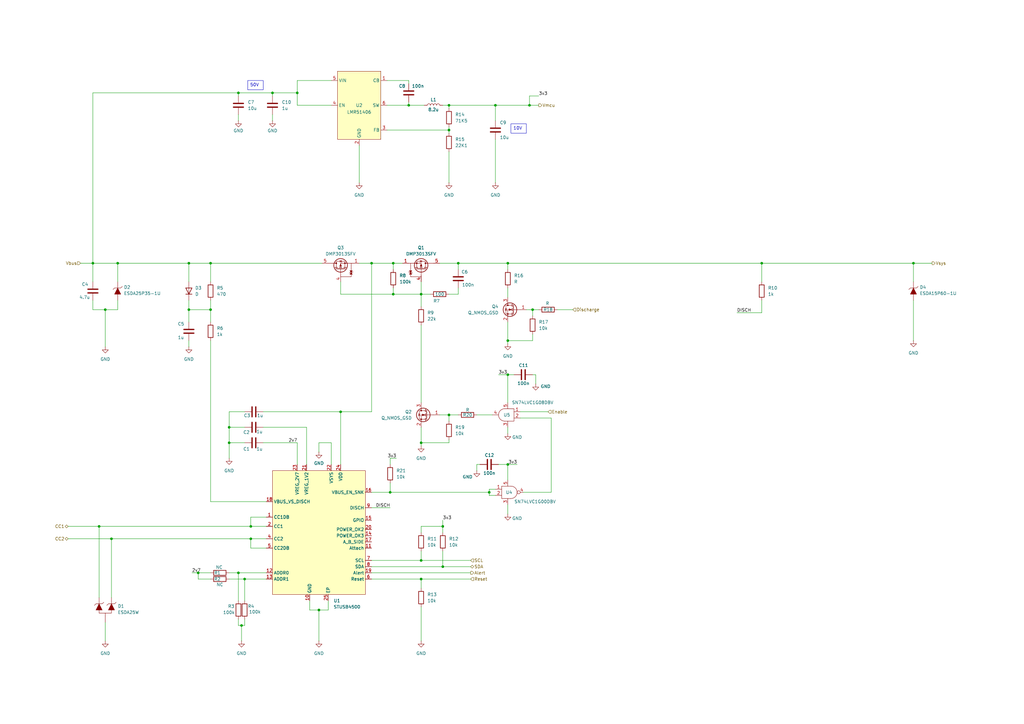
<source format=kicad_sch>
(kicad_sch (version 20250114) (generator "eeschema") (generator_version "9.0")
  (paper "A3")
  (lib_symbols
    (symbol "Device:C" (pin_numbers (hide yes)) (pin_names (offset 0.254))
      (property "Reference" "C" (at 0.635 2.54 0))
      (property "Value" "C" (at 0.635 -2.54 0))
      (symbol "C_0_1"
        (polyline (pts (xy -2.032 0.762) (xy 2.032 0.762)) (stroke (width 0.508)))
        (polyline (pts (xy -2.032 -0.762) (xy 2.032 -0.762)) (stroke (width 0.508)))
      )
      (symbol "C_1_1"
        (pin passive line (at 0 3.81 270) (length 2.794) (name "~") (number "1"))
        (pin passive line (at 0 -3.81 90) (length 2.794) (name "~") (number "2"))
      )
    )
    (symbol "Device:D" (pin_numbers (hide yes)) (pin_names (offset 1.016) (hide yes))
      (property "Reference" "D" (at 0 2.54 0))
      (property "Value" "D" (at 0 -2.54 0))
      (symbol "D_0_1"
        (polyline (pts (xy -1.27 1.27) (xy -1.27 -1.27)) (stroke (width 0.254)))
        (polyline (pts (xy 1.27 1.27) (xy 1.27 -1.27) (xy -1.27 0) (xy 1.27 1.27)) (stroke (width 0.254)))
        (polyline (pts (xy 1.27 0) (xy -1.27 0)))
      )
      (symbol "D_1_1"
        (pin passive line (at -3.81 0 0) (length 2.54) (name "K") (number "1"))
        (pin passive line (at 3.81 0 180) (length 2.54) (name "A") (number "2"))
      )
    )
    (symbol "Device:L" (pin_numbers (hide yes)) (pin_names (offset 1.016) (hide yes))
      (property "Reference" "L" (at -1.27 0 90))
      (property "Value" "L" (at 1.905 0 90))
      (symbol "L_0_1"
        (arc (start 0 2.54) (mid 0.6323 1.905) (end 0 1.27))
        (arc (start 0 1.27) (mid 0.6323 0.635) (end 0 0))
        (arc (start 0 0) (mid 0.6323 -0.635) (end 0 -1.27))
        (arc (start 0 -1.27) (mid 0.6323 -1.905) (end 0 -2.54))
      )
      (symbol "L_1_1"
        (pin passive line (at 0 3.81 270) (length 1.27) (name "1") (number "1"))
        (pin passive line (at 0 -3.81 90) (length 1.27) (name "2") (number "2"))
      )
    )
    (symbol "Device:R" (pin_numbers (hide yes)) (pin_names (offset 0))
      (property "Reference" "R" (at 2.032 0 90))
      (property "Value" "R" (at 0 0 90))
      (symbol "R_0_1"
        (rectangle (start -1.016 -2.54) (end 1.016 2.54) (stroke (width 0.254)))
      )
      (symbol "R_1_1"
        (pin passive line (at 0 3.81 270) (length 1.27) (name "~") (number "1"))
        (pin passive line (at 0 -3.81 90) (length 1.27) (name "~") (number "2"))
      )
    )
    (symbol "Pyllr_74xx:SN74LVC1G00DBV"
      (property "Reference" "U" (at 0 0 0))
      (property "Value" "SN74LVC1G00DBV" (at 8.382 -4.318 0))
      (symbol "SN74LVC1G00DBV_0_1"
        (circle (center -4.445 0) (radius 0.635))
      )
      (symbol "SN74LVC1G00DBV_1_1"
        (arc (start -1.27 -2.54) (mid -3.81 0) (end -1.27 2.54))
        (polyline (pts (xy -1.27 -2.54) (xy 2.54 -2.54) (xy 2.54 2.54) (xy -1.27 2.54)))
        (pin output line (at -6.35 0 0) (length 1.27) (name "~") (number "4"))
        (pin power_in line (at 0 5.08 270) (length 2.54) (name "~") (number "5"))
        (pin power_out line (at 0 -5.08 90) (length 2.54) (name "~") (number "3"))
        (pin input line (at 5.08 1.27 180) (length 2.54) (name "~") (number "1"))
        (pin input line (at 5.08 -1.27 180) (length 2.54) (name "~") (number "2"))
      )
    )
    (symbol "Pyllr_74xx:SN74LVC1G08DBV"
      (property "Reference" "U" (at -0.254 0 0))
      (property "Value" "SN74LVC1G08DBV" (at 8.382 -4.572 0))
      (symbol "SN74LVC1G08DBV_1_1"
        (arc (start -1.27 -2.54) (mid -3.81 0) (end -1.27 2.54))
        (polyline (pts (xy -1.27 -2.54) (xy 2.54 -2.54) (xy 2.54 2.54) (xy -1.27 2.54)))
        (pin output line (at -6.35 0 0) (length 2.54) (name "~") (number "4"))
        (pin power_in line (at 0 5.08 270) (length 2.54) (name "~") (number "5"))
        (pin power_out line (at 0 -5.08 90) (length 2.54) (name "~") (number "3"))
        (pin input line (at 5.08 1.27 180) (length 2.54) (name "~") (number "1"))
        (pin input line (at 5.08 -1.27 180) (length 2.54) (name "~") (number "2"))
      )
    )
    (symbol "Pyllr_Converter_DCDC:LMR51406"
      (property "Reference" "U" (at 0 0 0))
      (property "Value" "LMR51406" (at 0 -2.286 0))
      (symbol "LMR51406_1_1"
        (rectangle (start -8.89 13.97) (end 8.89 -13.97) (fill (type background)))
        (pin power_in line (at -11.43 10.16 0) (length 2.54) (name "VIN") (number "5"))
        (pin input line (at -11.43 0 0) (length 2.54) (name "EN") (number "4"))
        (pin power_out line (at 0 -16.51 90) (length 2.54) (name "GND") (number "2"))
        (pin passive line (at 11.43 10.16 180) (length 2.54) (name "CB") (number "1"))
        (pin power_out line (at 11.43 0 180) (length 2.54) (name "SW") (number "6"))
        (pin passive line (at 11.43 -10.16 180) (length 2.54) (name "FB") (number "3"))
      )
    )
    (symbol "Pyllr_Interface_USB:STUSB4500QTR"
      (property "Reference" "U" (at 0.127 1.905 0))
      (property "Value" "STUSB4500" (at -0.127 -0.381 0))
      (symbol "STUSB4500QTR_1_1"
        (rectangle (start -19.05 25.4) (end 19.05 -25.4) (fill (type background)))
        (pin open_collector line (at -21.59 12.7 0) (length 2.54) (name "VBUS_VS_DISCH") (number "18"))
        (pin bidirectional line (at -21.59 6.35 0) (length 2.54) (name "CC1DB") (number "1"))
        (pin bidirectional line (at -21.59 2.54 0) (length 2.54) (name "CC1") (number "2"))
        (pin bidirectional line (at -21.59 -2.54 0) (length 2.54) (name "CC2") (number "4"))
        (pin bidirectional line (at -21.59 -6.35 0) (length 2.54) (name "CC2DB") (number "5"))
        (pin input line (at -21.59 -16.51 0) (length 2.54) (name "ADDR0") (number "12"))
        (pin input line (at -21.59 -19.05 0) (length 2.54) (name "ADDR1") (number "13"))
        (pin power_out line (at -8.89 27.94 270) (length 2.54) (name "VREG_2V7") (number "23"))
        (pin power_out line (at -5.08 27.94 270) (length 2.54) (name "VREG_1V2") (number "21"))
        (pin power_out line (at -3.81 -27.94 90) (length 2.54) (name "GND") (number "10"))
        (pin no_connect line (at 0 -27.94 90) (length 2.54) (hide yes) (name "NC") (number "3"))
        (pin power_out line (at 3.81 -27.94 90) (length 2.54) (name "EP") (number "25"))
        (pin power_in line (at 5.08 27.94 270) (length 2.54) (name "VSYS") (number "22"))
        (pin power_in line (at 8.89 27.94 270) (length 2.54) (name "VDD") (number "24"))
        (pin open_collector line (at 21.59 16.51 180) (length 2.54) (name "VBUS_EN_SNK") (number "16"))
        (pin open_collector line (at 21.59 10.16 180) (length 2.54) (name "DISCH") (number "9"))
        (pin output line (at 21.59 5.08 180) (length 2.54) (name "GPIO") (number "15"))
        (pin output line (at 21.59 1.27 180) (length 2.54) (name "POWER_OK2") (number "20"))
        (pin output line (at 21.59 -1.27 180) (length 2.54) (name "POWER_OK3") (number "14"))
        (pin output line (at 21.59 -3.81 180) (length 2.54) (name "A_B_SIDE") (number "17"))
        (pin output line (at 21.59 -6.35 180) (length 2.54) (name "Attach") (number "11"))
        (pin input line (at 21.59 -11.43 180) (length 2.54) (name "SCL") (number "7"))
        (pin bidirectional line (at 21.59 -13.97 180) (length 2.54) (name "SDA") (number "8"))
        (pin output line (at 21.59 -16.51 180) (length 2.54) (name "Alert") (number "19"))
        (pin input line (at 21.59 -19.05 180) (length 2.54) (name "Reset") (number "6"))
      )
    )
    (symbol "Pyllr_Power_Protection:ESDA25W" (pin_numbers (hide yes)) (pin_names (hide yes))
      (property "Reference" "D" (at 5.842 -0.127 0))
      (property "Value" "ESDA25W" (at 9.652 -2.286 0))
      (symbol "ESDA25W_0_1"
        (polyline (pts (xy 0 -2.54) (xy 0 -3.81)))
        (polyline (pts (xy 2.54 -1.27) (xy 2.54 -2.54) (xy -2.54 -2.54) (xy -2.54 -1.27)))
      )
      (symbol "ESDA25W_1_1"
        (polyline (pts (xy -3.81 -1.27) (xy -1.27 -1.27) (xy -2.54 1.27) (xy -3.81 -1.27)) (fill (type outline)))
        (polyline (pts (xy -2.54 1.27) (xy -3.81 1.27) (xy -4.445 0.635)))
        (polyline (pts (xy -2.54 1.27) (xy -1.27 1.27) (xy -0.635 1.905)))
        (polyline (pts (xy 1.27 -1.27) (xy 3.81 -1.27) (xy 2.54 1.27) (xy 1.27 -1.27)) (fill (type outline)))
        (polyline (pts (xy 2.54 1.27) (xy 1.27 1.27) (xy 0.635 0.635)))
        (polyline (pts (xy 2.54 1.27) (xy 3.81 1.27) (xy 4.445 1.905)))
        (pin passive line (at -2.54 3.81 270) (length 2.54) (name "~") (number "2"))
        (pin passive line (at 0 -6.35 90) (length 2.54) (name "~") (number "3"))
        (pin passive line (at 2.54 3.81 270) (length 2.54) (name "~") (number "1"))
      )
    )
    (symbol "Pyllr_Power_Protection:ESDAxxPxx-1U" (pin_numbers (hide yes)) (pin_names (hide yes))
      (property "Reference" "D" (at 3.683 1.27 0))
      (property "Value" "ESDAxxPxx-1U" (at 10.16 -1.143 0))
      (symbol "ESDAxxPxx-1U_1_1"
        (polyline (pts (xy -1.27 -1.27) (xy 1.27 -1.27) (xy 0 1.27) (xy -1.27 -1.27)) (fill (type outline)))
        (polyline (pts (xy 0 1.27) (xy -1.27 1.27) (xy -1.905 0.635)))
        (polyline (pts (xy 0 1.27) (xy 1.27 1.27) (xy 1.905 1.905)))
        (pin passive line (at 0 3.81 270) (length 2.54) (name "~") (number "1"))
        (pin passive line (at 0 -3.81 90) (length 2.54) (name "~") (number "2"))
      )
    )
    (symbol "Pyllr_Transistor_FET:DMP3013SFV"
      (property "Reference" "Q" (at 3.302 0.508 0))
      (property "Value" "DMP3013SFV" (at 8.89 -1.778 0))
      (symbol "DMP3013SFV_0_1"
        (polyline (pts (xy -2.286 1.905) (xy -2.286 -1.905)) (stroke (width 0.254)))
        (polyline (pts (xy -2.286 0) (xy -5.08 0)))
        (polyline (pts (xy -1.778 2.286) (xy -1.778 1.27)) (stroke (width 0.254)))
        (polyline (pts (xy -1.778 1.778) (xy 0.762 1.778) (xy 0.762 -1.778) (xy -1.778 -1.778)))
        (polyline (pts (xy -1.778 0.508) (xy -1.778 -0.508)) (stroke (width 0.254)))
        (polyline (pts (xy -1.778 -1.27) (xy -1.778 -2.286)) (stroke (width 0.254)))
        (circle (center -0.889 0) (radius 2.794) (stroke (width 0.254)))
        (polyline (pts (xy -0.254 0) (xy -1.27 0.381) (xy -1.27 -0.381) (xy -0.254 0)) (fill (type outline)))
        (polyline (pts (xy 0 5.08) (xy 0 1.905)))
        (polyline (pts (xy 0 2.54) (xy 0 1.778)))
        (circle (center 0 1.778) (radius 0.254) (fill (type outline)))
        (circle (center 0 -1.778) (radius 0.254) (fill (type outline)))
        (polyline (pts (xy 0 -1.905) (xy 0 -5.08)))
        (polyline (pts (xy 0 -2.54) (xy 0 0) (xy -1.778 0)))
        (polyline (pts (xy 0.254 -0.508) (xy 0.381 -0.381) (xy 1.143 -0.381) (xy 1.27 -0.254)))
        (polyline (pts (xy 0.762 -0.381) (xy 0.381 0.254) (xy 1.143 0.254) (xy 0.762 -0.381)))
      )
      (symbol "DMP3013SFV_1_1"
        (polyline (pts (xy -4.572 -4.318) (xy -5.588 -4.318) (xy -5.588 0)))
        (polyline (pts (xy -3.81 -4.318) (xy -3.81 -3.81) (xy -4.064 -3.556)))
        (polyline (pts (xy -3.81 -4.318) (xy -3.81 -4.826) (xy -3.556 -5.08)))
        (polyline (pts (xy -3.81 -4.318) (xy -4.572 -3.81) (xy -4.572 -4.826) (xy -3.81 -4.318)) (fill (type outline)))
        (polyline (pts (xy -3.81 -4.318) (xy -3.048 -4.826) (xy -3.048 -3.81) (xy -3.81 -4.318)) (fill (type outline)))
        (polyline (pts (xy -3.048 -4.318) (xy 0 -4.318)))
        (pin input line (at -7.62 0 0) (length 2.54) (name "~") (number "4"))
        (pin passive line (at 0 7.62 270) (length 2.54) (name "~") (number "5"))
        (pin passive line (at 0 -7.62 90) (length 2.54) (name "~") (number "1"))
        (pin passive line (at 0 -7.62 90) (length 2.54) (hide yes) (name "~") (number "2"))
        (pin passive line (at 0 -7.62 90) (length 2.54) (hide yes) (name "~") (number "3"))
      )
    )
    (symbol "Transistor_FET:Q_NMOS_GSD" (pin_names (offset 0) (hide yes))
      (property "Reference" "Q" (at 5.08 1.905 0))
      (property "Value" "Q_NMOS_GSD" (at 5.08 0 0))
      (symbol "Q_NMOS_GSD_0_1"
        (polyline (pts (xy 0.254 1.905) (xy 0.254 -1.905)) (stroke (width 0.254)))
        (polyline (pts (xy 0.254 0) (xy -2.54 0)))
        (polyline (pts (xy 0.762 2.286) (xy 0.762 1.27)) (stroke (width 0.254)))
        (polyline (pts (xy 0.762 0.508) (xy 0.762 -0.508)) (stroke (width 0.254)))
        (polyline (pts (xy 0.762 -1.27) (xy 0.762 -2.286)) (stroke (width 0.254)))
        (polyline (pts (xy 0.762 -1.778) (xy 3.302 -1.778) (xy 3.302 1.778) (xy 0.762 1.778)))
        (polyline (pts (xy 1.016 0) (xy 2.032 0.381) (xy 2.032 -0.381) (xy 1.016 0)) (fill (type outline)))
        (circle (center 1.651 0) (radius 2.794) (stroke (width 0.254)))
        (polyline (pts (xy 2.54 2.54) (xy 2.54 1.778)))
        (circle (center 2.54 1.778) (radius 0.254) (fill (type outline)))
        (circle (center 2.54 -1.778) (radius 0.254) (fill (type outline)))
        (polyline (pts (xy 2.54 -2.54) (xy 2.54 0) (xy 0.762 0)))
        (polyline (pts (xy 2.921 0.381) (xy 3.683 0.381)))
        (polyline (pts (xy 3.302 0.381) (xy 2.921 -0.254) (xy 3.683 -0.254) (xy 3.302 0.381)))
      )
      (symbol "Q_NMOS_GSD_1_1"
        (pin input line (at -5.08 0 0) (length 2.54) (name "G") (number "1"))
        (pin passive line (at 2.54 5.08 270) (length 2.54) (name "D") (number "3"))
        (pin passive line (at 2.54 -5.08 90) (length 2.54) (name "S") (number "2"))
      )
    )
    (symbol "power:GND" (power) (pin_numbers (hide yes)) (pin_names (offset 0) (hide yes))
      (property "Value" "GND" (at 0 -3.81 0))
      (symbol "GND_0_1"
        (polyline (pts (xy 0 0) (xy 0 -1.27) (xy 1.27 -1.27) (xy 0 -2.54) (xy -1.27 -1.27) (xy 0 -1.27)))
      )
      (symbol "GND_1_1"
        (pin power_in line (at 0 0 270) (length 0) (name "~") (number "1"))
      )
    )
  )
  (text_box "10V" (at 209.55 50.8 0) (size 6.35 3.81) (margins 0.9525 0.9525 0.9525 0.9525) (effects (font (size 1.27 1.27)) (justify left top)))
  (text_box "50V\n" (at 101.6 33.02 0) (size 6.35 3.81) (margins 0.9525 0.9525 0.9525 0.9525) (effects (font (size 1.27 1.27)) (justify left top)))
  (junction (at 86.36 127))
  (junction (at 208.28 153.67))
  (junction (at 48.26 107.95))
  (junction (at 93.98 181.61))
  (junction (at 187.96 107.95))
  (junction (at 181.61 232.41))
  (junction (at 161.29 107.95))
  (junction (at 167.64 43.18))
  (junction (at 111.76 38.1))
  (junction (at 40.64 215.9))
  (junction (at 152.4 107.95))
  (junction (at 218.44 127))
  (junction (at 38.1 107.95))
  (junction (at 100.33 237.49))
  (junction (at 172.72 237.49))
  (junction (at 93.98 175.26))
  (junction (at 139.7 168.91))
  (junction (at 217.17 43.18))
  (junction (at 81.28 234.95))
  (junction (at 208.28 107.95))
  (junction (at 208.28 139.7))
  (junction (at 77.47 127))
  (junction (at 97.79 38.1))
  (junction (at 130.81 250.19))
  (junction (at 121.92 38.1))
  (junction (at 181.61 215.9))
  (junction (at 172.72 229.87))
  (junction (at 86.36 107.95))
  (junction (at 203.2 43.18))
  (junction (at 184.15 43.18))
  (junction (at 45.72 220.98))
  (junction (at 77.47 107.95))
  (junction (at 184.15 53.34))
  (junction (at 184.15 170.18))
  (junction (at 200.66 201.93))
  (junction (at 312.42 107.95))
  (junction (at 172.72 120.65))
  (junction (at 102.87 220.98))
  (junction (at 160.02 201.93))
  (junction (at 208.28 190.5))
  (junction (at 43.18 127))
  (junction (at 161.29 120.65))
  (junction (at 172.72 181.61))
  (junction (at 99.06 256.54))
  (junction (at 374.65 107.95))
  (junction (at 102.87 215.9))
  (junction (at 97.79 234.95))
  (wire (pts (xy 152.4 237.49) (xy 172.72 237.49)))
  (wire (pts (xy 374.65 123.19) (xy 374.65 139.7)))
  (wire (pts (xy 218.44 127) (xy 218.44 129.54)))
  (wire (pts (xy 200.66 203.2) (xy 203.2 203.2)))
  (wire (pts (xy 77.47 107.95) (xy 77.47 115.57)))
  (wire (pts (xy 93.98 168.91) (xy 93.98 175.26)))
  (wire (pts (xy 172.72 120.65) (xy 172.72 125.73)))
  (wire (pts (xy 121.92 38.1) (xy 111.76 38.1)))
  (wire (pts (xy 217.17 39.37) (xy 220.98 39.37)))
  (wire (pts (xy 147.32 59.69) (xy 147.32 74.93)))
  (wire (pts (xy 40.64 215.9) (xy 40.64 245.11)))
  (wire (pts (xy 312.42 107.95) (xy 312.42 115.57)))
  (wire (pts (xy 48.26 107.95) (xy 77.47 107.95)))
  (wire (pts (xy 77.47 127) (xy 86.36 127)))
  (wire (pts (xy 111.76 46.99) (xy 111.76 49.53)))
  (wire (pts (xy 121.92 38.1) (xy 121.92 43.18)))
  (wire (pts (xy 172.72 181.61) (xy 184.15 181.61)))
  (wire (pts (xy 203.2 43.18) (xy 203.2 49.53)))
  (wire (pts (xy 135.89 181.61) (xy 130.81 181.61)))
  (wire (pts (xy 86.36 139.7) (xy 86.36 205.74)))
  (wire (pts (xy 213.36 171.45) (xy 226.06 171.45)))
  (wire (pts (xy 172.72 181.61) (xy 172.72 182.88)))
  (wire (pts (xy 158.75 33.02) (xy 167.64 33.02)))
  (wire (pts (xy 48.26 107.95) (xy 48.26 115.57)))
  (wire (pts (xy 217.17 43.18) (xy 220.98 43.18)))
  (wire (pts (xy 130.81 250.19) (xy 134.62 250.19)))
  (wire (pts (xy 172.72 237.49) (xy 193.04 237.49)))
  (wire (pts (xy 195.58 170.18) (xy 201.93 170.18)))
  (wire (pts (xy 204.47 153.67) (xy 208.28 153.67)))
  (wire (pts (xy 111.76 38.1) (xy 97.79 38.1)))
  (wire (pts (xy 208.28 153.67) (xy 208.28 165.1)))
  (wire (pts (xy 130.81 262.89) (xy 130.81 250.19)))
  (wire (pts (xy 152.4 232.41) (xy 181.61 232.41)))
  (wire (pts (xy 184.15 43.18) (xy 203.2 43.18)))
  (wire (pts (xy 160.02 198.12) (xy 160.02 201.93)))
  (wire (pts (xy 195.58 190.5) (xy 196.85 190.5)))
  (wire (pts (xy 109.22 220.98) (xy 102.87 220.98)))
  (wire (pts (xy 27.94 215.9) (xy 40.64 215.9)))
  (wire (pts (xy 135.89 190.5) (xy 135.89 181.61)))
  (wire (pts (xy 102.87 215.9) (xy 102.87 212.09)))
  (wire (pts (xy 180.34 107.95) (xy 187.96 107.95)))
  (wire (pts (xy 195.58 193.04) (xy 195.58 190.5)))
  (wire (pts (xy 125.73 175.26) (xy 125.73 190.5)))
  (wire (pts (xy 218.44 127) (xy 220.98 127)))
  (wire (pts (xy 130.81 250.19) (xy 127 250.19)))
  (wire (pts (xy 152.4 107.95) (xy 161.29 107.95)))
  (wire (pts (xy 184.15 43.18) (xy 184.15 44.45)))
  (wire (pts (xy 99.06 256.54) (xy 100.33 256.54)))
  (wire (pts (xy 121.92 43.18) (xy 135.89 43.18)))
  (wire (pts (xy 38.1 127) (xy 43.18 127)))
  (wire (pts (xy 97.79 38.1) (xy 97.79 39.37)))
  (wire (pts (xy 38.1 107.95) (xy 48.26 107.95)))
  (wire (pts (xy 172.72 133.35) (xy 172.72 165.1)))
  (wire (pts (xy 77.47 107.95) (xy 86.36 107.95)))
  (wire (pts (xy 184.15 52.07) (xy 184.15 53.34)))
  (wire (pts (xy 312.42 107.95) (xy 374.65 107.95)))
  (wire (pts (xy 312.42 123.19) (xy 312.42 128.27)))
  (wire (pts (xy 127 250.19) (xy 127 246.38)))
  (wire (pts (xy 215.9 127) (xy 218.44 127)))
  (wire (pts (xy 187.96 118.11) (xy 187.96 120.65)))
  (wire (pts (xy 38.1 107.95) (xy 38.1 115.57)))
  (wire (pts (xy 93.98 175.26) (xy 93.98 181.61)))
  (wire (pts (xy 38.1 38.1) (xy 97.79 38.1)))
  (wire (pts (xy 184.15 170.18) (xy 187.96 170.18)))
  (wire (pts (xy 130.81 181.61) (xy 130.81 185.42)))
  (wire (pts (xy 200.66 201.93) (xy 200.66 203.2)))
  (wire (pts (xy 81.28 237.49) (xy 86.36 237.49)))
  (wire (pts (xy 152.4 208.28) (xy 160.02 208.28)))
  (wire (pts (xy 208.28 139.7) (xy 208.28 140.97)))
  (wire (pts (xy 134.62 250.19) (xy 134.62 246.38)))
  (wire (pts (xy 226.06 171.45) (xy 226.06 201.93)))
  (wire (pts (xy 100.33 256.54) (xy 100.33 254)))
  (wire (pts (xy 181.61 232.41) (xy 181.61 226.06)))
  (wire (pts (xy 210.82 153.67) (xy 208.28 153.67)))
  (wire (pts (xy 139.7 120.65) (xy 161.29 120.65)))
  (wire (pts (xy 161.29 107.95) (xy 161.29 110.49)))
  (wire (pts (xy 172.72 215.9) (xy 172.72 218.44)))
  (wire (pts (xy 158.75 53.34) (xy 184.15 53.34)))
  (wire (pts (xy 181.61 215.9) (xy 181.61 218.44)))
  (wire (pts (xy 184.15 62.23) (xy 184.15 74.93)))
  (wire (pts (xy 97.79 46.99) (xy 97.79 49.53)))
  (wire (pts (xy 77.47 123.19) (xy 77.47 127)))
  (wire (pts (xy 81.28 234.95) (xy 86.36 234.95)))
  (wire (pts (xy 172.72 175.26) (xy 172.72 181.61)))
  (wire (pts (xy 181.61 43.18) (xy 184.15 43.18)))
  (wire (pts (xy 184.15 180.34) (xy 184.15 181.61)))
  (wire (pts (xy 107.95 168.91) (xy 139.7 168.91)))
  (wire (pts (xy 208.28 190.5) (xy 208.28 196.85)))
  (wire (pts (xy 152.4 168.91) (xy 152.4 107.95)))
  (wire (pts (xy 147.32 107.95) (xy 152.4 107.95)))
  (wire (pts (xy 93.98 237.49) (xy 100.33 237.49)))
  (wire (pts (xy 86.36 127) (xy 86.36 132.08)))
  (wire (pts (xy 102.87 220.98) (xy 102.87 224.79)))
  (wire (pts (xy 172.72 120.65) (xy 172.72 115.57)))
  (wire (pts (xy 86.36 205.74) (xy 109.22 205.74)))
  (wire (pts (xy 187.96 107.95) (xy 208.28 107.95)))
  (wire (pts (xy 187.96 120.65) (xy 184.15 120.65)))
  (wire (pts (xy 208.28 107.95) (xy 312.42 107.95)))
  (wire (pts (xy 152.4 201.93) (xy 160.02 201.93)))
  (wire (pts (xy 97.79 256.54) (xy 99.06 256.54)))
  (wire (pts (xy 97.79 254) (xy 97.79 256.54)))
  (wire (pts (xy 107.95 181.61) (xy 121.92 181.61)))
  (wire (pts (xy 109.22 215.9) (xy 102.87 215.9)))
  (wire (pts (xy 86.36 107.95) (xy 132.08 107.95)))
  (wire (pts (xy 121.92 33.02) (xy 121.92 38.1)))
  (wire (pts (xy 45.72 220.98) (xy 45.72 245.11)))
  (wire (pts (xy 203.2 57.15) (xy 203.2 74.93)))
  (wire (pts (xy 200.66 200.66) (xy 203.2 200.66)))
  (wire (pts (xy 97.79 234.95) (xy 97.79 246.38)))
  (wire (pts (xy 208.28 132.08) (xy 208.28 139.7)))
  (wire (pts (xy 214.63 201.93) (xy 226.06 201.93)))
  (wire (pts (xy 78.74 234.95) (xy 81.28 234.95)))
  (wire (pts (xy 172.72 229.87) (xy 193.04 229.87)))
  (wire (pts (xy 208.28 107.95) (xy 208.28 110.49)))
  (wire (pts (xy 374.65 107.95) (xy 374.65 115.57)))
  (wire (pts (xy 161.29 118.11) (xy 161.29 120.65)))
  (wire (pts (xy 33.02 107.95) (xy 38.1 107.95)))
  (wire (pts (xy 77.47 127) (xy 77.47 132.08)))
  (wire (pts (xy 208.28 190.5) (xy 212.09 190.5)))
  (wire (pts (xy 208.28 175.26) (xy 208.28 177.8)))
  (wire (pts (xy 181.61 232.41) (xy 193.04 232.41)))
  (wire (pts (xy 100.33 237.49) (xy 100.33 246.38)))
  (wire (pts (xy 160.02 187.96) (xy 162.56 187.96)))
  (wire (pts (xy 27.94 220.98) (xy 45.72 220.98)))
  (wire (pts (xy 102.87 212.09) (xy 109.22 212.09)))
  (wire (pts (xy 203.2 43.18) (xy 217.17 43.18)))
  (wire (pts (xy 97.79 234.95) (xy 109.22 234.95)))
  (wire (pts (xy 139.7 168.91) (xy 152.4 168.91)))
  (wire (pts (xy 218.44 139.7) (xy 208.28 139.7)))
  (wire (pts (xy 77.47 139.7) (xy 77.47 142.24)))
  (wire (pts (xy 102.87 224.79) (xy 109.22 224.79)))
  (wire (pts (xy 374.65 107.95) (xy 382.27 107.95)))
  (wire (pts (xy 204.47 190.5) (xy 208.28 190.5)))
  (wire (pts (xy 167.64 33.02) (xy 167.64 34.29)))
  (wire (pts (xy 181.61 215.9) (xy 172.72 215.9)))
  (wire (pts (xy 81.28 234.95) (xy 81.28 237.49)))
  (wire (pts (xy 38.1 38.1) (xy 38.1 107.95)))
  (wire (pts (xy 218.44 153.67) (xy 219.71 153.67)))
  (wire (pts (xy 181.61 213.36) (xy 181.61 215.9)))
  (wire (pts (xy 158.75 43.18) (xy 167.64 43.18)))
  (wire (pts (xy 208.28 118.11) (xy 208.28 121.92)))
  (wire (pts (xy 218.44 137.16) (xy 218.44 139.7)))
  (wire (pts (xy 45.72 220.98) (xy 102.87 220.98)))
  (wire (pts (xy 139.7 168.91) (xy 139.7 190.5)))
  (wire (pts (xy 172.72 229.87) (xy 172.72 226.06)))
  (wire (pts (xy 38.1 123.19) (xy 38.1 127)))
  (wire (pts (xy 184.15 53.34) (xy 184.15 54.61)))
  (wire (pts (xy 139.7 120.65) (xy 139.7 115.57)))
  (wire (pts (xy 99.06 256.54) (xy 99.06 262.89)))
  (wire (pts (xy 100.33 181.61) (xy 93.98 181.61)))
  (wire (pts (xy 152.4 234.95) (xy 193.04 234.95)))
  (wire (pts (xy 172.72 237.49) (xy 172.72 241.3)))
  (wire (pts (xy 187.96 107.95) (xy 187.96 110.49)))
  (wire (pts (xy 86.36 123.19) (xy 86.36 127)))
  (wire (pts (xy 160.02 190.5) (xy 160.02 187.96)))
  (wire (pts (xy 43.18 127) (xy 43.18 142.24)))
  (wire (pts (xy 161.29 120.65) (xy 172.72 120.65)))
  (wire (pts (xy 40.64 215.9) (xy 102.87 215.9)))
  (wire (pts (xy 200.66 200.66) (xy 200.66 201.93)))
  (wire (pts (xy 213.36 168.91) (xy 224.79 168.91)))
  (wire (pts (xy 100.33 168.91) (xy 93.98 168.91)))
  (wire (pts (xy 217.17 43.18) (xy 217.17 39.37)))
  (wire (pts (xy 43.18 255.27) (xy 43.18 262.89)))
  (wire (pts (xy 93.98 181.61) (xy 93.98 187.96)))
  (wire (pts (xy 167.64 41.91) (xy 167.64 43.18)))
  (wire (pts (xy 93.98 234.95) (xy 97.79 234.95)))
  (wire (pts (xy 219.71 153.67) (xy 219.71 157.48)))
  (wire (pts (xy 172.72 248.92) (xy 172.72 262.89)))
  (wire (pts (xy 48.26 123.19) (xy 48.26 127)))
  (wire (pts (xy 86.36 107.95) (xy 86.36 115.57)))
  (wire (pts (xy 152.4 229.87) (xy 172.72 229.87)))
  (wire (pts (xy 208.28 207.01) (xy 208.28 210.82)))
  (wire (pts (xy 100.33 237.49) (xy 109.22 237.49)))
  (wire (pts (xy 111.76 38.1) (xy 111.76 39.37)))
  (wire (pts (xy 161.29 107.95) (xy 165.1 107.95)))
  (wire (pts (xy 302.26 128.27) (xy 312.42 128.27)))
  (wire (pts (xy 184.15 170.18) (xy 184.15 172.72)))
  (wire (pts (xy 180.34 170.18) (xy 184.15 170.18)))
  (wire (pts (xy 43.18 127) (xy 48.26 127)))
  (wire (pts (xy 121.92 33.02) (xy 135.89 33.02)))
  (wire (pts (xy 172.72 120.65) (xy 176.53 120.65)))
  (wire (pts (xy 228.6 127) (xy 234.95 127)))
  (wire (pts (xy 167.64 43.18) (xy 173.99 43.18)))
  (wire (pts (xy 121.92 181.61) (xy 121.92 190.5)))
  (wire (pts (xy 160.02 201.93) (xy 200.66 201.93)))
  (wire (pts (xy 107.95 175.26) (xy 125.73 175.26)))
  (wire (pts (xy 100.33 175.26) (xy 93.98 175.26)))
  (label "3v3" (at 204.47 153.67 0))
  (label "3v3" (at 212.09 190.5 180))
  (label "3v3" (at 162.56 187.96 180))
  (label "2v7" (at 78.74 234.95 0))
  (label "3v3" (at 220.98 39.37 0))
  (label "DISCH" (at 302.26 128.27 0))
  (label "2v7" (at 121.92 181.61 180))
  (label "3v3" (at 181.61 213.36 0))
  (label "DISCH" (at 160.02 208.28 180))
  (hierarchical_label "SCL" (shape input) (at 193.04 229.87 0))
  (hierarchical_label "CC2" (shape bidirectional) (at 27.94 220.98 180))
  (hierarchical_label "CC1" (shape bidirectional) (at 27.94 215.9 180))
  (hierarchical_label "Vsys" (shape output) (at 382.27 107.95 0))
  (hierarchical_label "Vmcu" (shape output) (at 220.98 43.18 0))
  (hierarchical_label "Alert" (shape output) (at 193.04 234.95 0))
  (hierarchical_label "SDA" (shape bidirectional) (at 193.04 232.41 0))
  (hierarchical_label "Enable" (shape input) (at 224.79 168.91 0))
  (hierarchical_label "Vbus" (shape input) (at 33.02 107.95 180))
  (hierarchical_label "Discharge" (shape input) (at 234.95 127 0))
  (hierarchical_label "Reset" (shape input) (at 193.04 237.49 0))
  (symbol (lib_id "Device:C") (at 200.66 190.5 90) (unit 1)
    (property "Reference" "C12" (at 202.6919 186.69 90) (effects (justify left)))
    (property "Value" "100n" (at 203.1999 194.056 90) (effects (justify left)))
    (property "Footprint" "Capacitor_SMD:C_0603_1608Metric" (effects (hide yes)))
    (property "Description" "Unpolarized capacitor" (effects (hide yes)))
  )
  (symbol (lib_id "Device:R") (at 184.15 48.26 0) (unit 1)
    (property "Reference" "R14" (at 186.69 46.9899 0) (effects (justify left)))
    (property "Value" "71K5" (at 186.69 49.5299 0) (effects (justify left)))
    (property "Footprint" "Resistor_SMD:R_0603_1608Metric" (effects (hide yes)))
    (property "Description" "Resistor" (effects (hide yes)))
  )
  (symbol (lib_id "power:GND") (at 43.18 142.24 0) (unit 1)
    (property "Reference" "#PWR08" (effects (hide yes)))
    (property "Value" "GND" (at 43.18 147.32 0))
    (property "Description" "Power symbol creates a global label with name \"GND\" , ground" (effects (hide yes)))
  )
  (symbol (lib_id "Device:C") (at 77.47 135.89 0) (unit 1)
    (property "Reference" "C5" (at 72.898 132.8419 0) (effects (justify left)))
    (property "Value" "1u" (at 72.898 138.4299 0) (effects (justify left)))
    (property "Footprint" "Capacitor_SMD:C_0603_1608Metric" (effects (hide yes)))
    (property "Description" "Unpolarized capacitor" (effects (hide yes)))
  )
  (symbol (lib_id "Device:R") (at 208.28 114.3 0) (unit 1)
    (property "Reference" "R16" (at 210.82 113.0299 0) (effects (justify left)))
    (property "Value" "R" (at 210.82 115.5699 0) (effects (justify left)))
    (property "Footprint" "Resistor_SMD:R_0603_1608Metric" (effects (hide yes)))
    (property "Description" "Resistor" (effects (hide yes)))
  )
  (symbol (lib_id "Pyllr_Power_Protection:ESDAxxPxx-1U") (at 374.65 119.38 0) (unit 1)
    (property "Reference" "D4" (at 377.19 117.7924 0) (effects (justify left)))
    (property "Value" "ESDA15P60-1U" (at 377.19 120.3324 0) (effects (justify left)))
    (property "Footprint" "Pyllr_Package_DFN_QFN:QFN-2L" (effects (hide yes)))
    (property "Datasheet" "https://www.st.com/resource/en/datasheet/esda7p60-1u1m.pdf" (effects (hide yes)))
  )
  (symbol (lib_id "Pyllr_74xx:SN74LVC1G08DBV") (at 208.28 170.18 0) (unit 1)
    (property "Reference" "U5" (at 206.502 170.18 0) (effects (justify left)))
    (property "Value" "SN74LVC1G08DBV" (at 209.9311 165.1 0) (effects (justify left)))
    (property "Footprint" "Pyllr_Package_TO_SOT_SMD:SOT23-5_2.6W" (effects (hide yes)))
    (property "Datasheet" "https://www.ti.com/lit/ds/symlink/sn74lvc1g08-q1.pdf?ts=1733395081101&ref_url=https%253A%252F%252Fwww.google.com%252F" (effects (hide yes)))
  )
  (symbol (lib_id "Device:C") (at 203.2 53.34 0) (unit 1)
    (property "Reference" "C9" (at 204.978 50.2919 0) (effects (justify left)))
    (property "Value" "10u" (at 204.978 56.3879 0) (effects (justify left)))
    (property "Footprint" "Capacitor_SMD:C_1210_3225Metric" (effects (hide yes)))
    (property "Description" "Unpolarized capacitor" (effects (hide yes)))
  )
  (symbol (lib_id "Device:C") (at 167.64 38.1 0) (unit 1)
    (property "Reference" "C8" (at 163.576 35.3059 0) (effects (justify left)))
    (property "Value" "100n" (at 168.91 35.3059 0) (effects (justify left)))
    (property "Footprint" "Capacitor_SMD:C_0603_1608Metric" (effects (hide yes)))
    (property "Description" "Unpolarized capacitor" (effects (hide yes)))
  )
  (symbol (lib_id "power:GND") (at 184.15 74.93 0) (unit 1)
    (property "Reference" "#PWR014" (effects (hide yes)))
    (property "Value" "GND" (at 184.15 80.01 0))
    (property "Description" "Power symbol creates a global label with name \"GND\" , ground" (effects (hide yes)))
  )
  (symbol (lib_id "power:GND") (at 208.28 177.8 0) (unit 1)
    (property "Reference" "#PWR016" (effects (hide yes)))
    (property "Value" "GND" (at 212.09 179.324 0))
    (property "Description" "Power symbol creates a global label with name \"GND\" , ground" (effects (hide yes)))
  )
  (symbol (lib_id "Transistor_FET:Q_NMOS_GSD") (at 175.26 170.18 0) (mirror y) (unit 1)
    (property "Reference" "Q2" (at 168.91 168.9099 0) (effects (justify left)))
    (property "Value" "Q_NMOS_GSD" (at 168.91 171.4499 0) (effects (justify left)))
    (property "Footprint" "Package_TO_SOT_SMD:SOT-23-3" (effects (hide yes)))
    (property "Description" "N-MOSFET transistor, gate/source/drain" (effects (hide yes)))
  )
  (symbol (lib_id "Device:C") (at 214.63 153.67 90) (unit 1)
    (property "Reference" "C11" (at 216.6619 149.86 90) (effects (justify left)))
    (property "Value" "100n" (at 217.1699 157.226 90) (effects (justify left)))
    (property "Footprint" "Capacitor_SMD:C_0603_1608Metric" (effects (hide yes)))
    (property "Description" "Unpolarized capacitor" (effects (hide yes)))
  )
  (symbol (lib_id "Device:R") (at 86.36 119.38 0) (unit 1)
    (property "Reference" "R5" (at 88.9 118.1099 0) (effects (justify left)))
    (property "Value" "470" (at 88.9 120.6499 0) (effects (justify left)))
    (property "Footprint" "Resistor_SMD:R_0603_1608Metric" (effects (hide yes)))
    (property "Description" "Resistor" (effects (hide yes)))
  )
  (symbol (lib_id "Device:C") (at 187.96 114.3 180) (unit 1)
    (property "Reference" "C6" (at 189.23 111.5059 0) (effects (justify right)))
    (property "Value" "100n" (at 189.484 116.8399 0) (effects (justify right)))
    (property "Footprint" "Capacitor_SMD:C_0603_1608Metric" (effects (hide yes)))
    (property "Description" "Unpolarized capacitor" (effects (hide yes)))
  )
  (symbol (lib_id "Pyllr_Interface_USB:STUSB4500QTR") (at 130.81 218.44 0) (unit 1)
    (property "Reference" "U1" (at 136.8141 246.38 0) (effects (justify left)))
    (property "Value" "STUSB4500" (at 136.8141 248.92 0) (effects (justify left)))
    (property "Footprint" "Pyllr_Package_DFN_QFN:QFN-24_1EP_3.95x3.95mm_P0.5mm_2.55x2.55mm" (effects (hide yes)))
    (property "Datasheet" "https://www.st.com/resource/en/datasheet/stusb4500.pdf" (effects (hide yes)))
  )
  (symbol (lib_id "Pyllr_Transistor_FET:DMP3013SFV") (at 139.7 107.95 90) (unit 1)
    (property "Reference" "Q3" (at 139.7 101.6 90))
    (property "Value" "DMP3013SFV" (at 139.7 104.14 90))
    (property "Footprint" "Pyllr_Package_SON:PowerDI3333-8-UX" (effects (hide yes)))
    (property "Datasheet" "https://nl.mouser.com/datasheet/2/115/DIOD_S_A0008513542_1-2543083.pdf" (effects (hide yes)))
  )
  (symbol (lib_id "power:GND") (at 195.58 193.04 0) (unit 1)
    (property "Reference" "#PWR019" (effects (hide yes)))
    (property "Value" "GND" (at 191.77 195.58 0))
    (property "Description" "Power symbol creates a global label with name \"GND\" , ground" (effects (hide yes)))
  )
  (symbol (lib_id "Pyllr_Converter_DCDC:LMR51406") (at 147.32 43.18 0) (unit 1)
    (property "Reference" "U2" (at 147.32 43.18 0))
    (property "Value" "LMR51406" (at 147.32 45.974 0))
    (property "Footprint" "Pyllr_Package_TO_SOT_SMD:SOT23-6_2.6W" (effects (hide yes)))
    (property "Datasheet" "https://www.ti.com/lit/ds/symlink/lmr51410.pdf?ts=1733317184428&ref_url=https%253A%252F%252Fwww.ti.com%252Fproduct%252FLMR51410" (effects (hide yes)))
  )
  (symbol (lib_id "Device:C") (at 111.76 43.18 0) (unit 1)
    (property "Reference" "C10" (at 115.57 41.9099 0) (effects (justify left)))
    (property "Value" "1u" (at 115.57 44.4499 0) (effects (justify left)))
    (property "Footprint" "Capacitor_SMD:C_0603_1608Metric" (effects (hide yes)))
    (property "Description" "Unpolarized capacitor" (effects (hide yes)))
  )
  (symbol (lib_id "Device:C") (at 104.14 168.91 270) (unit 1)
    (property "Reference" "C3" (at 101.346 170.434 90))
    (property "Value" "1u" (at 106.68 170.434 90))
    (property "Footprint" "Capacitor_SMD:C_0603_1608Metric" (effects (hide yes)))
    (property "Description" "Unpolarized capacitor" (effects (hide yes)))
  )
  (symbol (lib_id "Device:D") (at 77.47 119.38 90) (unit 1)
    (property "Reference" "D3" (at 80.01 118.1099 90) (effects (justify right)))
    (property "Value" "D" (at 80.01 120.6499 90) (effects (justify right)))
    (property "Footprint" "Diode_SMD:D_SOD-323" (effects (hide yes)))
    (property "Description" "Diode" (effects (hide yes)))
    (property "Sim.Device" "D" (effects (hide yes)))
    (property "Sim.Pins" "1=K 2=A" (effects (hide yes)))
  )
  (symbol (lib_id "Device:R") (at 172.72 222.25 0) (unit 1)
    (property "Reference" "R11" (at 175.26 220.9799 0) (effects (justify left)))
    (property "Value" "10k" (at 175.26 223.5199 0) (effects (justify left)))
    (property "Footprint" "Resistor_SMD:R_0603_1608Metric" (effects (hide yes)))
    (property "Description" "Resistor" (effects (hide yes)))
  )
  (symbol (lib_id "Device:R") (at 224.79 127 90) (unit 1)
    (property "Reference" "R18" (at 224.79 127 90))
    (property "Value" "R" (at 224.536 124.46 90))
    (property "Footprint" "Resistor_SMD:R_0603_1608Metric" (effects (hide yes)))
    (property "Description" "Resistor" (effects (hide yes)))
  )
  (symbol (lib_id "Device:R") (at 181.61 222.25 0) (unit 1)
    (property "Reference" "R12" (at 184.15 220.9799 0) (effects (justify left)))
    (property "Value" "10k" (at 184.15 223.5199 0) (effects (justify left)))
    (property "Footprint" "Resistor_SMD:R_0603_1608Metric" (effects (hide yes)))
    (property "Description" "Resistor" (effects (hide yes)))
  )
  (symbol (lib_id "power:GND") (at 208.28 140.97 0) (unit 1)
    (property "Reference" "#PWR06" (effects (hide yes)))
    (property "Value" "GND" (at 208.28 146.05 0))
    (property "Description" "Power symbol creates a global label with name \"GND\" , ground" (effects (hide yes)))
  )
  (symbol (lib_id "Device:C") (at 104.14 175.26 270) (unit 1)
    (property "Reference" "C2" (at 101.092 177.292 90))
    (property "Value" "1u" (at 106.426 177.038 90))
    (property "Footprint" "Capacitor_SMD:C_0603_1608Metric" (effects (hide yes)))
    (property "Description" "Unpolarized capacitor" (effects (hide yes)))
  )
  (symbol (lib_id "power:GND") (at 172.72 182.88 0) (unit 1)
    (property "Reference" "#PWR015" (effects (hide yes)))
    (property "Value" "GND" (at 172.72 187.96 0))
    (property "Description" "Power symbol creates a global label with name \"GND\" , ground" (effects (hide yes)))
  )
  (symbol (lib_id "power:GND") (at 93.98 187.96 0) (unit 1)
    (property "Reference" "#PWR05" (effects (hide yes)))
    (property "Value" "GND" (at 93.98 193.04 0))
    (property "Description" "Power symbol creates a global label with name \"GND\" , ground" (effects (hide yes)))
  )
  (symbol (lib_id "Device:R") (at 90.17 237.49 90) (unit 1)
    (property "Reference" "R2" (at 89.154 237.49 90))
    (property "Value" "NC" (at 90.17 239.776 90))
    (property "Footprint" "Resistor_SMD:R_0603_1608Metric" (effects (hide yes)))
    (property "Description" "Resistor" (effects (hide yes)))
  )
  (symbol (lib_id "Device:R") (at 97.79 250.19 180) (unit 1)
    (property "Reference" "R3" (at 93.472 248.6659 0) (effects (justify right)))
    (property "Value" "100k" (at 91.44 251.2059 0) (effects (justify right)))
    (property "Footprint" "Resistor_SMD:R_0603_1608Metric" (effects (hide yes)))
    (property "Description" "Resistor" (effects (hide yes)))
  )
  (symbol (lib_id "power:GND") (at 172.72 262.89 0) (unit 1)
    (property "Reference" "#PWR011" (effects (hide yes)))
    (property "Value" "GND" (at 172.72 267.97 0))
    (property "Description" "Power symbol creates a global label with name \"GND\" , ground" (effects (hide yes)))
  )
  (symbol (lib_id "power:GND") (at 77.47 142.24 0) (unit 1)
    (property "Reference" "#PWR09" (effects (hide yes)))
    (property "Value" "GND" (at 77.47 147.32 0))
    (property "Description" "Power symbol creates a global label with name \"GND\" , ground" (effects (hide yes)))
  )
  (symbol (lib_id "Device:R") (at 184.15 176.53 0) (unit 1)
    (property "Reference" "R19" (at 186.69 175.2599 0) (effects (justify left)))
    (property "Value" "10k" (at 186.69 177.7999 0) (effects (justify left)))
    (property "Footprint" "Resistor_SMD:R_0603_1608Metric" (effects (hide yes)))
    (property "Description" "Resistor" (effects (hide yes)))
  )
  (symbol (lib_id "power:GND") (at 43.18 262.89 0) (unit 1)
    (property "Reference" "#PWR02" (effects (hide yes)))
    (property "Value" "GND" (at 43.18 267.97 0))
    (property "Description" "Power symbol creates a global label with name \"GND\" , ground" (effects (hide yes)))
  )
  (symbol (lib_id "Device:R") (at 184.15 58.42 0) (unit 1)
    (property "Reference" "R15" (at 186.69 57.1499 0) (effects (justify left)))
    (property "Value" "22K1" (at 186.69 59.6899 0) (effects (justify left)))
    (property "Footprint" "Resistor_SMD:R_0603_1608Metric" (effects (hide yes)))
    (property "Description" "Resistor" (effects (hide yes)))
  )
  (symbol (lib_id "Device:R") (at 172.72 129.54 180) (unit 1)
    (property "Reference" "R9" (at 175.26 128.2699 0) (effects (justify right)))
    (property "Value" "22k" (at 175.26 130.8099 0) (effects (justify right)))
    (property "Footprint" "Resistor_SMD:R_0603_1608Metric" (effects (hide yes)))
    (property "Description" "Resistor" (effects (hide yes)))
  )
  (symbol (lib_id "Device:R") (at 191.77 170.18 90) (unit 1)
    (property "Reference" "R20" (at 191.77 170.18 90))
    (property "Value" "R" (at 191.77 168.148 90))
    (property "Footprint" "Resistor_SMD:R_0603_1608Metric" (effects (hide yes)))
    (property "Description" "Resistor" (effects (hide yes)))
  )
  (symbol (lib_id "Pyllr_Transistor_FET:DMP3013SFV") (at 172.72 107.95 270) (mirror x) (unit 1)
    (property "Reference" "Q1" (at 172.72 101.6 90))
    (property "Value" "DMP3013SFV" (at 172.72 104.14 90))
    (property "Footprint" "Pyllr_Package_SON:PowerDI3333-8-UX" (effects (hide yes)))
    (property "Datasheet" "https://nl.mouser.com/datasheet/2/115/DIOD_S_A0008513542_1-2543083.pdf" (effects (hide yes)))
  )
  (symbol (lib_id "Device:C") (at 97.79 43.18 0) (unit 1)
    (property "Reference" "C7" (at 101.6 41.9099 0) (effects (justify left)))
    (property "Value" "10u" (at 101.6 44.4499 0) (effects (justify left)))
    (property "Footprint" "Capacitor_SMD:C_1210_3225Metric" (effects (hide yes)))
    (property "Description" "Unpolarized capacitor" (effects (hide yes)))
  )
  (symbol (lib_id "power:GND") (at 111.76 49.53 0) (unit 1)
    (property "Reference" "#PWR020" (effects (hide yes)))
    (property "Value" "GND" (at 111.76 53.594 0))
    (property "Description" "Power symbol creates a global label with name \"GND\" , ground" (effects (hide yes)))
  )
  (symbol (lib_id "Pyllr_74xx:SN74LVC1G00DBV") (at 208.28 201.93 0) (mirror y) (unit 1)
    (property "Reference" "U4" (at 208.788 201.93 0))
    (property "Value" "SN74LVC1G00DBV" (at 219.456 205.74 0))
    (property "Footprint" "Pyllr_Package_TO_SOT_SMD:SOT23-5_2.6W" (effects (hide yes)))
    (property "Datasheet" "https://www.ti.com/lit/ds/symlink/sn74lvc1g00.pdf?ts=1733435991147&ref_url=https%253A%252F%252Fwww.ti.com%252Flogic-voltage-translation%252Flogic-gates%252Fnand-gates%252Fproducts.html" (effects (hide yes)))
  )
  (symbol (lib_id "power:GND") (at 99.06 262.89 0) (unit 1)
    (property "Reference" "#PWR03" (effects (hide yes)))
    (property "Value" "GND" (at 99.06 267.97 0))
    (property "Description" "Power symbol creates a global label with name \"GND\" , ground" (effects (hide yes)))
  )
  (symbol (lib_id "Device:C") (at 104.14 181.61 270) (unit 1)
    (property "Reference" "C1" (at 101.092 184.15 90))
    (property "Value" "1u" (at 106.426 184.15 90))
    (property "Footprint" "Capacitor_SMD:C_0603_1608Metric" (effects (hide yes)))
    (property "Description" "Unpolarized capacitor" (effects (hide yes)))
  )
  (symbol (lib_id "Pyllr_Power_Protection:ESDAxxPxx-1U") (at 48.26 119.38 0) (unit 1)
    (property "Reference" "D2" (at 50.8 117.7924 0) (effects (justify left)))
    (property "Value" "ESDA25P35-1U" (at 50.8 120.3324 0) (effects (justify left)))
    (property "Footprint" "Pyllr_Package_DFN_QFN:QFN-2L" (effects (hide yes)))
    (property "Datasheet" "https://www.st.com/resource/en/datasheet/esda7p60-1u1m.pdf" (effects (hide yes)))
  )
  (symbol (lib_id "power:GND") (at 130.81 262.89 0) (unit 1)
    (property "Reference" "#PWR04" (effects (hide yes)))
    (property "Value" "GND" (at 130.81 267.97 0))
    (property "Description" "Power symbol creates a global label with name \"GND\" , ground" (effects (hide yes)))
  )
  (symbol (lib_id "power:GND") (at 374.65 139.7 0) (unit 1)
    (property "Reference" "#PWR010" (effects (hide yes)))
    (property "Value" "GND" (at 374.65 144.78 0))
    (property "Description" "Power symbol creates a global label with name \"GND\" , ground" (effects (hide yes)))
  )
  (symbol (lib_id "Pyllr_Power_Protection:ESDA25W") (at 43.18 248.92 0) (unit 1)
    (property "Reference" "D1" (at 48.26 248.6024 0) (effects (justify left)))
    (property "Value" "ESDA25W" (at 48.26 251.1424 0) (effects (justify left)))
    (property "Footprint" "Pyllr_Package_TO_SOT_SMD:SOT323-3L" (effects (hide yes)))
    (property "Datasheet" "https://www.st.com/resource/en/datasheet/esdaxxxwx.pdf" (effects (hide yes)))
  )
  (symbol (lib_id "power:GND") (at 203.2 74.93 0) (unit 1)
    (property "Reference" "#PWR013" (effects (hide yes)))
    (property "Value" "GND" (at 203.2 80.01 0))
    (property "Description" "Power symbol creates a global label with name \"GND\" , ground" (effects (hide yes)))
  )
  (symbol (lib_id "power:GND") (at 219.71 157.48 0) (unit 1)
    (property "Reference" "#PWR018" (effects (hide yes)))
    (property "Value" "GND" (at 223.774 158.496 0))
    (property "Description" "Power symbol creates a global label with name \"GND\" , ground" (effects (hide yes)))
  )
  (symbol (lib_id "Transistor_FET:Q_NMOS_GSD") (at 210.82 127 0) (mirror y) (unit 1)
    (property "Reference" "Q4" (at 204.47 125.7299 0) (effects (justify left)))
    (property "Value" "Q_NMOS_GSD" (at 204.47 128.2699 0) (effects (justify left)))
    (property "Footprint" "Package_TO_SOT_SMD:SOT-23-3" (effects (hide yes)))
    (property "Description" "N-MOSFET transistor, gate/source/drain" (effects (hide yes)))
  )
  (symbol (lib_id "Device:R") (at 218.44 133.35 0) (unit 1)
    (property "Reference" "R17" (at 220.98 132.0799 0) (effects (justify left)))
    (property "Value" "10k" (at 220.98 134.6199 0) (effects (justify left)))
    (property "Footprint" "Resistor_SMD:R_0603_1608Metric" (effects (hide yes)))
    (property "Description" "Resistor" (effects (hide yes)))
  )
  (symbol (lib_id "power:GND") (at 208.28 210.82 0) (unit 1)
    (property "Reference" "#PWR017" (effects (hide yes)))
    (property "Value" "GND" (at 212.09 212.598 0))
    (property "Description" "Power symbol creates a global label with name \"GND\" , ground" (effects (hide yes)))
  )
  (symbol (lib_id "power:GND") (at 130.81 185.42 0) (unit 1)
    (property "Reference" "#PWR07" (effects (hide yes)))
    (property "Value" "GND" (at 130.81 189.992 0))
    (property "Description" "Power symbol creates a global label with name \"GND\" , ground" (effects (hide yes)))
  )
  (symbol (lib_id "Device:R") (at 86.36 135.89 0) (unit 1)
    (property "Reference" "R6" (at 88.9 134.6199 0) (effects (justify left)))
    (property "Value" "1k" (at 88.9 137.1599 0) (effects (justify left)))
    (property "Footprint" "Resistor_SMD:R_0603_1608Metric" (effects (hide yes)))
    (property "Description" "Resistor" (effects (hide yes)))
  )
  (symbol (lib_id "Device:L") (at 177.8 43.18 90) (unit 1)
    (property "Reference" "L1" (at 177.8 40.894 90))
    (property "Value" "8.2u" (at 177.8 44.958 90))
    (property "Footprint" "Inductor_SMD:L_1008_2520Metric" (effects (hide yes)))
    (property "Description" "Inductor" (effects (hide yes)))
  )
  (symbol (lib_id "Device:R") (at 161.29 114.3 180) (unit 1)
    (property "Reference" "R8" (at 163.83 113.0299 0) (effects (justify right)))
    (property "Value" "100k" (at 163.83 115.5699 0) (effects (justify right)))
    (property "Footprint" "Resistor_SMD:R_0603_1608Metric" (effects (hide yes)))
    (property "Description" "Resistor" (effects (hide yes)))
  )
  (symbol (lib_id "Device:R") (at 180.34 120.65 90) (unit 1)
    (property "Reference" "R7" (at 179.07 123.444 90))
    (property "Value" "100" (at 180.34 120.65 90))
    (property "Footprint" "Resistor_SMD:R_0603_1608Metric" (effects (hide yes)))
    (property "Description" "Resistor" (effects (hide yes)))
  )
  (symbol (lib_id "Device:R") (at 160.02 194.31 0) (unit 1)
    (property "Reference" "R21" (at 162.56 193.0399 0) (effects (justify left)))
    (property "Value" "10k" (at 162.56 195.5799 0) (effects (justify left)))
    (property "Footprint" "Resistor_SMD:R_0603_1608Metric" (effects (hide yes)))
    (property "Description" "Resistor" (effects (hide yes)))
  )
  (symbol (lib_id "power:GND") (at 147.32 74.93 0) (unit 1)
    (property "Reference" "#PWR012" (effects (hide yes)))
    (property "Value" "GND" (at 147.32 80.01 0))
    (property "Description" "Power symbol creates a global label with name \"GND\" , ground" (effects (hide yes)))
  )
  (symbol (lib_id "Device:C") (at 38.1 119.38 0) (unit 1)
    (property "Reference" "C4" (at 33.528 116.5859 0) (effects (justify left)))
    (property "Value" "4.7u" (at 32.512 121.9199 0) (effects (justify left)))
    (property "Footprint" "Capacitor_SMD:C_0603_1608Metric" (effects (hide yes)))
    (property "Description" "Unpolarized capacitor" (effects (hide yes)))
  )
  (symbol (lib_id "Device:R") (at 100.33 250.19 180) (unit 1)
    (property "Reference" "R4" (at 101.6 248.6659 0) (effects (justify right)))
    (property "Value" "100k" (at 102.108 250.9519 0) (effects (justify right)))
    (property "Footprint" "Resistor_SMD:R_0603_1608Metric" (effects (hide yes)))
    (property "Description" "Resistor" (effects (hide yes)))
  )
  (symbol (lib_id "Device:R") (at 172.72 245.11 0) (unit 1)
    (property "Reference" "R13" (at 175.26 243.8399 0) (effects (justify left)))
    (property "Value" "10k" (at 175.26 246.3799 0) (effects (justify left)))
    (property "Footprint" "Resistor_SMD:R_0603_1608Metric" (effects (hide yes)))
    (property "Description" "Resistor" (effects (hide yes)))
  )
  (symbol (lib_id "power:GND") (at 97.79 49.53 0) (unit 1)
    (property "Reference" "#PWR01" (effects (hide yes)))
    (property "Value" "GND" (at 97.79 53.594 0))
    (property "Description" "Power symbol creates a global label with name \"GND\" , ground" (effects (hide yes)))
  )
  (symbol (lib_id "Device:R") (at 312.42 119.38 180) (unit 1)
    (property "Reference" "R10" (at 314.96 118.1099 0) (effects (justify right)))
    (property "Value" "1k" (at 314.96 120.6499 0) (effects (justify right)))
    (property "Footprint" "Resistor_SMD:R_0603_1608Metric" (effects (hide yes)))
    (property "Description" "Resistor" (effects (hide yes)))
  )
  (symbol (lib_id "Device:R") (at 90.17 234.95 90) (unit 1)
    (property "Reference" "R1" (at 89.154 234.95 90))
    (property "Value" "NC" (at 89.916 232.664 90))
    (property "Footprint" "Resistor_SMD:R_0603_1608Metric" (effects (hide yes)))
    (property "Description" "Resistor" (effects (hide yes)))
  )
)
</source>
